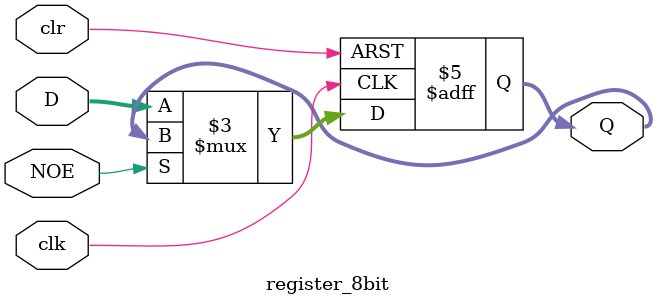
<source format=v>
module register_8bit (
    input [7:0] D,      
    input NOE,           
    input clk,          
    input clr,          
    output reg [7:0] Q  
);

   always @(posedge clk or posedge clr) begin
      if (clr)
         Q <= 8'b0;
      else if (~NOE)
         Q <= D;
   end

endmodule
</source>
